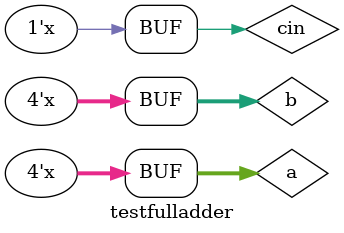
<source format=v>
`timescale 1ns/1ns
module testfulladder;
//input declaration
	//input  array variable a,b with size 4
	reg [3:0] a;
	reg [3:0] b;
	//variavle of carry
	reg cin;
	
	
// output declaration
	//result of sum
	wire [3:0] S;
	//result of Cout
	wire Cout;

	fouradder adder(a,b,S,cin,Cout);

	initial begin
	
	a=4'b0000;
	b=4'b0000;
	cin=1'b0;
	
	
	/*The always syntax was used to increase a and b by 1 every certain time, 
	and the cin value was initialized to 0 or 1.*/


	end
	always #50 b=b+1'b1;
	always #100 a=a+1'b1;
	always #150 cin=~cin;

	
	



	endmodule
	
	

</source>
